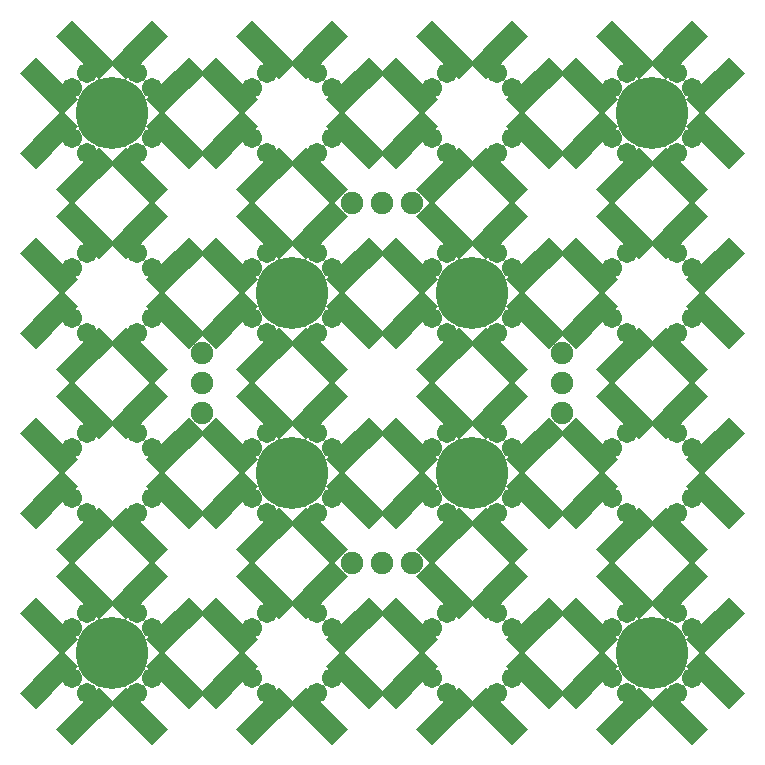
<source format=gts>
G04 #@! TF.FileFunction,Soldermask,Top*
%FSLAX46Y46*%
G04 Gerber Fmt 4.6, Leading zero omitted, Abs format (unit mm)*
G04 Created by KiCad (PCBNEW 4.0.2-4+6225~38~ubuntu15.10.1-stable) date Tue Mar 22 22:05:39 2016*
%MOMM*%
G01*
G04 APERTURE LIST*
%ADD10C,0.254000*%
%ADD11C,1.708000*%
%ADD12C,6.108000*%
%ADD13C,1.905000*%
G04 APERTURE END LIST*
D10*
G36*
X53113834Y11854264D02*
X54462994Y13203424D01*
X55812154Y11854264D01*
X54462994Y10505104D01*
X53113834Y11854264D01*
X53113834Y11854264D01*
G37*
G36*
X56225104Y8742994D02*
X57574264Y10092154D01*
X58923424Y8742994D01*
X57574264Y7393834D01*
X56225104Y8742994D01*
X56225104Y8742994D01*
G37*
G36*
X57391831Y9909720D02*
X58670280Y11188169D01*
X60019439Y9839010D01*
X58740990Y8560561D01*
X57391831Y9909720D01*
X57391831Y9909720D01*
G37*
G36*
X54280561Y13020990D02*
X55559010Y14299439D01*
X56908169Y12950280D01*
X55629720Y11671831D01*
X54280561Y13020990D01*
X54280561Y13020990D01*
G37*
G36*
X55376576Y14117006D02*
X56725736Y15466166D01*
X58074896Y14117006D01*
X56725736Y12767846D01*
X55376576Y14117006D01*
X55376576Y14117006D01*
G37*
G36*
X58487846Y11005736D02*
X59837006Y12354896D01*
X61186166Y11005736D01*
X59837006Y9656576D01*
X58487846Y11005736D01*
X58487846Y11005736D01*
G37*
D11*
X55452944Y11005736D03*
X56725736Y9732944D03*
D10*
G36*
X37873834Y42334264D02*
X39222994Y43683424D01*
X40572154Y42334264D01*
X39222994Y40985104D01*
X37873834Y42334264D01*
X37873834Y42334264D01*
G37*
G36*
X40985104Y39222994D02*
X42334264Y40572154D01*
X43683424Y39222994D01*
X42334264Y37873834D01*
X40985104Y39222994D01*
X40985104Y39222994D01*
G37*
G36*
X42151831Y40389720D02*
X43430280Y41668169D01*
X44779439Y40319010D01*
X43500990Y39040561D01*
X42151831Y40389720D01*
X42151831Y40389720D01*
G37*
G36*
X39040561Y43500990D02*
X40319010Y44779439D01*
X41668169Y43430280D01*
X40389720Y42151831D01*
X39040561Y43500990D01*
X39040561Y43500990D01*
G37*
G36*
X40136576Y44597006D02*
X41485736Y45946166D01*
X42834896Y44597006D01*
X41485736Y43247846D01*
X40136576Y44597006D01*
X40136576Y44597006D01*
G37*
G36*
X43247846Y41485736D02*
X44597006Y42834896D01*
X45946166Y41485736D01*
X44597006Y40136576D01*
X43247846Y41485736D01*
X43247846Y41485736D01*
G37*
D11*
X40212944Y41485736D03*
X41485736Y40212944D03*
D10*
G36*
X57574264Y7846166D02*
X58923424Y6497006D01*
X57574264Y5147846D01*
X56225104Y6497006D01*
X57574264Y7846166D01*
X57574264Y7846166D01*
G37*
G36*
X54462994Y4734896D02*
X55812154Y3385736D01*
X54462994Y2036576D01*
X53113834Y3385736D01*
X54462994Y4734896D01*
X54462994Y4734896D01*
G37*
G36*
X55629720Y3568169D02*
X56908169Y2289720D01*
X55559010Y940561D01*
X54280561Y2219010D01*
X55629720Y3568169D01*
X55629720Y3568169D01*
G37*
G36*
X58740990Y6679439D02*
X60019439Y5400990D01*
X58670280Y4051831D01*
X57391831Y5330280D01*
X58740990Y6679439D01*
X58740990Y6679439D01*
G37*
G36*
X59837006Y5583424D02*
X61186166Y4234264D01*
X59837006Y2885104D01*
X58487846Y4234264D01*
X59837006Y5583424D01*
X59837006Y5583424D01*
G37*
G36*
X56725736Y2472154D02*
X58074896Y1122994D01*
X56725736Y-226166D01*
X55376576Y1122994D01*
X56725736Y2472154D01*
X56725736Y2472154D01*
G37*
D11*
X56725736Y5507056D03*
X55452944Y4234264D03*
D10*
G36*
X53566166Y3385736D02*
X52217006Y2036576D01*
X50867846Y3385736D01*
X52217006Y4734896D01*
X53566166Y3385736D01*
X53566166Y3385736D01*
G37*
G36*
X50454896Y6497006D02*
X49105736Y5147846D01*
X47756576Y6497006D01*
X49105736Y7846166D01*
X50454896Y6497006D01*
X50454896Y6497006D01*
G37*
G36*
X49288169Y5330280D02*
X48009720Y4051831D01*
X46660561Y5400990D01*
X47939010Y6679439D01*
X49288169Y5330280D01*
X49288169Y5330280D01*
G37*
G36*
X52399439Y2219010D02*
X51120990Y940561D01*
X49771831Y2289720D01*
X51050280Y3568169D01*
X52399439Y2219010D01*
X52399439Y2219010D01*
G37*
G36*
X51303424Y1122994D02*
X49954264Y-226166D01*
X48605104Y1122994D01*
X49954264Y2472154D01*
X51303424Y1122994D01*
X51303424Y1122994D01*
G37*
G36*
X48192154Y4234264D02*
X46842994Y2885104D01*
X45493834Y4234264D01*
X46842994Y5583424D01*
X48192154Y4234264D01*
X48192154Y4234264D01*
G37*
D11*
X51227056Y4234264D03*
X49954264Y5507056D03*
D10*
G36*
X42334264Y7846166D02*
X43683424Y6497006D01*
X42334264Y5147846D01*
X40985104Y6497006D01*
X42334264Y7846166D01*
X42334264Y7846166D01*
G37*
G36*
X39222994Y4734896D02*
X40572154Y3385736D01*
X39222994Y2036576D01*
X37873834Y3385736D01*
X39222994Y4734896D01*
X39222994Y4734896D01*
G37*
G36*
X40389720Y3568169D02*
X41668169Y2289720D01*
X40319010Y940561D01*
X39040561Y2219010D01*
X40389720Y3568169D01*
X40389720Y3568169D01*
G37*
G36*
X43500990Y6679439D02*
X44779439Y5400990D01*
X43430280Y4051831D01*
X42151831Y5330280D01*
X43500990Y6679439D01*
X43500990Y6679439D01*
G37*
G36*
X44597006Y5583424D02*
X45946166Y4234264D01*
X44597006Y2885104D01*
X43247846Y4234264D01*
X44597006Y5583424D01*
X44597006Y5583424D01*
G37*
G36*
X41485736Y2472154D02*
X42834896Y1122994D01*
X41485736Y-226166D01*
X40136576Y1122994D01*
X41485736Y2472154D01*
X41485736Y2472154D01*
G37*
D11*
X41485736Y5507056D03*
X40212944Y4234264D03*
D10*
G36*
X38326166Y3385736D02*
X36977006Y2036576D01*
X35627846Y3385736D01*
X36977006Y4734896D01*
X38326166Y3385736D01*
X38326166Y3385736D01*
G37*
G36*
X35214896Y6497006D02*
X33865736Y5147846D01*
X32516576Y6497006D01*
X33865736Y7846166D01*
X35214896Y6497006D01*
X35214896Y6497006D01*
G37*
G36*
X34048169Y5330280D02*
X32769720Y4051831D01*
X31420561Y5400990D01*
X32699010Y6679439D01*
X34048169Y5330280D01*
X34048169Y5330280D01*
G37*
G36*
X37159439Y2219010D02*
X35880990Y940561D01*
X34531831Y2289720D01*
X35810280Y3568169D01*
X37159439Y2219010D01*
X37159439Y2219010D01*
G37*
G36*
X36063424Y1122994D02*
X34714264Y-226166D01*
X33365104Y1122994D01*
X34714264Y2472154D01*
X36063424Y1122994D01*
X36063424Y1122994D01*
G37*
G36*
X32952154Y4234264D02*
X31602994Y2885104D01*
X30253834Y4234264D01*
X31602994Y5583424D01*
X32952154Y4234264D01*
X32952154Y4234264D01*
G37*
D11*
X35987056Y4234264D03*
X34714264Y5507056D03*
D10*
G36*
X27094264Y7846166D02*
X28443424Y6497006D01*
X27094264Y5147846D01*
X25745104Y6497006D01*
X27094264Y7846166D01*
X27094264Y7846166D01*
G37*
G36*
X23982994Y4734896D02*
X25332154Y3385736D01*
X23982994Y2036576D01*
X22633834Y3385736D01*
X23982994Y4734896D01*
X23982994Y4734896D01*
G37*
G36*
X25149720Y3568169D02*
X26428169Y2289720D01*
X25079010Y940561D01*
X23800561Y2219010D01*
X25149720Y3568169D01*
X25149720Y3568169D01*
G37*
G36*
X28260990Y6679439D02*
X29539439Y5400990D01*
X28190280Y4051831D01*
X26911831Y5330280D01*
X28260990Y6679439D01*
X28260990Y6679439D01*
G37*
G36*
X29357006Y5583424D02*
X30706166Y4234264D01*
X29357006Y2885104D01*
X28007846Y4234264D01*
X29357006Y5583424D01*
X29357006Y5583424D01*
G37*
G36*
X26245736Y2472154D02*
X27594896Y1122994D01*
X26245736Y-226166D01*
X24896576Y1122994D01*
X26245736Y2472154D01*
X26245736Y2472154D01*
G37*
D11*
X26245736Y5507056D03*
X24972944Y4234264D03*
D10*
G36*
X23086166Y3385736D02*
X21737006Y2036576D01*
X20387846Y3385736D01*
X21737006Y4734896D01*
X23086166Y3385736D01*
X23086166Y3385736D01*
G37*
G36*
X19974896Y6497006D02*
X18625736Y5147846D01*
X17276576Y6497006D01*
X18625736Y7846166D01*
X19974896Y6497006D01*
X19974896Y6497006D01*
G37*
G36*
X18808169Y5330280D02*
X17529720Y4051831D01*
X16180561Y5400990D01*
X17459010Y6679439D01*
X18808169Y5330280D01*
X18808169Y5330280D01*
G37*
G36*
X21919439Y2219010D02*
X20640990Y940561D01*
X19291831Y2289720D01*
X20570280Y3568169D01*
X21919439Y2219010D01*
X21919439Y2219010D01*
G37*
G36*
X20823424Y1122994D02*
X19474264Y-226166D01*
X18125104Y1122994D01*
X19474264Y2472154D01*
X20823424Y1122994D01*
X20823424Y1122994D01*
G37*
G36*
X17712154Y4234264D02*
X16362994Y2885104D01*
X15013834Y4234264D01*
X16362994Y5583424D01*
X17712154Y4234264D01*
X17712154Y4234264D01*
G37*
D11*
X20747056Y4234264D03*
X19474264Y5507056D03*
D10*
G36*
X11854264Y7846166D02*
X13203424Y6497006D01*
X11854264Y5147846D01*
X10505104Y6497006D01*
X11854264Y7846166D01*
X11854264Y7846166D01*
G37*
G36*
X8742994Y4734896D02*
X10092154Y3385736D01*
X8742994Y2036576D01*
X7393834Y3385736D01*
X8742994Y4734896D01*
X8742994Y4734896D01*
G37*
G36*
X9909720Y3568169D02*
X11188169Y2289720D01*
X9839010Y940561D01*
X8560561Y2219010D01*
X9909720Y3568169D01*
X9909720Y3568169D01*
G37*
G36*
X13020990Y6679439D02*
X14299439Y5400990D01*
X12950280Y4051831D01*
X11671831Y5330280D01*
X13020990Y6679439D01*
X13020990Y6679439D01*
G37*
G36*
X14117006Y5583424D02*
X15466166Y4234264D01*
X14117006Y2885104D01*
X12767846Y4234264D01*
X14117006Y5583424D01*
X14117006Y5583424D01*
G37*
G36*
X11005736Y2472154D02*
X12354896Y1122994D01*
X11005736Y-226166D01*
X9656576Y1122994D01*
X11005736Y2472154D01*
X11005736Y2472154D01*
G37*
D11*
X11005736Y5507056D03*
X9732944Y4234264D03*
D10*
G36*
X7846166Y3385736D02*
X6497006Y2036576D01*
X5147846Y3385736D01*
X6497006Y4734896D01*
X7846166Y3385736D01*
X7846166Y3385736D01*
G37*
G36*
X4734896Y6497006D02*
X3385736Y5147846D01*
X2036576Y6497006D01*
X3385736Y7846166D01*
X4734896Y6497006D01*
X4734896Y6497006D01*
G37*
G36*
X3568169Y5330280D02*
X2289720Y4051831D01*
X940561Y5400990D01*
X2219010Y6679439D01*
X3568169Y5330280D01*
X3568169Y5330280D01*
G37*
G36*
X6679439Y2219010D02*
X5400990Y940561D01*
X4051831Y2289720D01*
X5330280Y3568169D01*
X6679439Y2219010D01*
X6679439Y2219010D01*
G37*
G36*
X5583424Y1122994D02*
X4234264Y-226166D01*
X2885104Y1122994D01*
X4234264Y2472154D01*
X5583424Y1122994D01*
X5583424Y1122994D01*
G37*
G36*
X2472154Y4234264D02*
X1122994Y2885104D01*
X-226166Y4234264D01*
X1122994Y5583424D01*
X2472154Y4234264D01*
X2472154Y4234264D01*
G37*
D11*
X5507056Y4234264D03*
X4234264Y5507056D03*
D10*
G36*
X3385736Y22633834D02*
X2036576Y23982994D01*
X3385736Y25332154D01*
X4734896Y23982994D01*
X3385736Y22633834D01*
X3385736Y22633834D01*
G37*
G36*
X6497006Y25745104D02*
X5147846Y27094264D01*
X6497006Y28443424D01*
X7846166Y27094264D01*
X6497006Y25745104D01*
X6497006Y25745104D01*
G37*
G36*
X5330280Y26911831D02*
X4051831Y28190280D01*
X5400990Y29539439D01*
X6679439Y28260990D01*
X5330280Y26911831D01*
X5330280Y26911831D01*
G37*
G36*
X2219010Y23800561D02*
X940561Y25079010D01*
X2289720Y26428169D01*
X3568169Y25149720D01*
X2219010Y23800561D01*
X2219010Y23800561D01*
G37*
G36*
X1122994Y24896576D02*
X-226166Y26245736D01*
X1122994Y27594896D01*
X2472154Y26245736D01*
X1122994Y24896576D01*
X1122994Y24896576D01*
G37*
G36*
X4234264Y28007846D02*
X2885104Y29357006D01*
X4234264Y30706166D01*
X5583424Y29357006D01*
X4234264Y28007846D01*
X4234264Y28007846D01*
G37*
D11*
X4234264Y24972944D03*
X5507056Y26245736D03*
D10*
G36*
X3385736Y7393834D02*
X2036576Y8742994D01*
X3385736Y10092154D01*
X4734896Y8742994D01*
X3385736Y7393834D01*
X3385736Y7393834D01*
G37*
G36*
X6497006Y10505104D02*
X5147846Y11854264D01*
X6497006Y13203424D01*
X7846166Y11854264D01*
X6497006Y10505104D01*
X6497006Y10505104D01*
G37*
G36*
X5330280Y11671831D02*
X4051831Y12950280D01*
X5400990Y14299439D01*
X6679439Y13020990D01*
X5330280Y11671831D01*
X5330280Y11671831D01*
G37*
G36*
X2219010Y8560561D02*
X940561Y9839010D01*
X2289720Y11188169D01*
X3568169Y9909720D01*
X2219010Y8560561D01*
X2219010Y8560561D01*
G37*
G36*
X1122994Y9656576D02*
X-226166Y11005736D01*
X1122994Y12354896D01*
X2472154Y11005736D01*
X1122994Y9656576D01*
X1122994Y9656576D01*
G37*
G36*
X4234264Y12767846D02*
X2885104Y14117006D01*
X4234264Y15466166D01*
X5583424Y14117006D01*
X4234264Y12767846D01*
X4234264Y12767846D01*
G37*
D11*
X4234264Y9732944D03*
X5507056Y11005736D03*
D10*
G36*
X7846166Y18625736D02*
X6497006Y17276576D01*
X5147846Y18625736D01*
X6497006Y19974896D01*
X7846166Y18625736D01*
X7846166Y18625736D01*
G37*
G36*
X4734896Y21737006D02*
X3385736Y20387846D01*
X2036576Y21737006D01*
X3385736Y23086166D01*
X4734896Y21737006D01*
X4734896Y21737006D01*
G37*
G36*
X3568169Y20570280D02*
X2289720Y19291831D01*
X940561Y20640990D01*
X2219010Y21919439D01*
X3568169Y20570280D01*
X3568169Y20570280D01*
G37*
G36*
X6679439Y17459010D02*
X5400990Y16180561D01*
X4051831Y17529720D01*
X5330280Y18808169D01*
X6679439Y17459010D01*
X6679439Y17459010D01*
G37*
G36*
X5583424Y16362994D02*
X4234264Y15013834D01*
X2885104Y16362994D01*
X4234264Y17712154D01*
X5583424Y16362994D01*
X5583424Y16362994D01*
G37*
G36*
X2472154Y19474264D02*
X1122994Y18125104D01*
X-226166Y19474264D01*
X1122994Y20823424D01*
X2472154Y19474264D01*
X2472154Y19474264D01*
G37*
D11*
X5507056Y19474264D03*
X4234264Y20747056D03*
D10*
G36*
X7846166Y49105736D02*
X6497006Y47756576D01*
X5147846Y49105736D01*
X6497006Y50454896D01*
X7846166Y49105736D01*
X7846166Y49105736D01*
G37*
G36*
X4734896Y52217006D02*
X3385736Y50867846D01*
X2036576Y52217006D01*
X3385736Y53566166D01*
X4734896Y52217006D01*
X4734896Y52217006D01*
G37*
G36*
X3568169Y51050280D02*
X2289720Y49771831D01*
X940561Y51120990D01*
X2219010Y52399439D01*
X3568169Y51050280D01*
X3568169Y51050280D01*
G37*
G36*
X6679439Y47939010D02*
X5400990Y46660561D01*
X4051831Y48009720D01*
X5330280Y49288169D01*
X6679439Y47939010D01*
X6679439Y47939010D01*
G37*
G36*
X5583424Y46842994D02*
X4234264Y45493834D01*
X2885104Y46842994D01*
X4234264Y48192154D01*
X5583424Y46842994D01*
X5583424Y46842994D01*
G37*
G36*
X2472154Y49954264D02*
X1122994Y48605104D01*
X-226166Y49954264D01*
X1122994Y51303424D01*
X2472154Y49954264D01*
X2472154Y49954264D01*
G37*
D11*
X5507056Y49954264D03*
X4234264Y51227056D03*
D10*
G36*
X3385736Y53113834D02*
X2036576Y54462994D01*
X3385736Y55812154D01*
X4734896Y54462994D01*
X3385736Y53113834D01*
X3385736Y53113834D01*
G37*
G36*
X6497006Y56225104D02*
X5147846Y57574264D01*
X6497006Y58923424D01*
X7846166Y57574264D01*
X6497006Y56225104D01*
X6497006Y56225104D01*
G37*
G36*
X5330280Y57391831D02*
X4051831Y58670280D01*
X5400990Y60019439D01*
X6679439Y58740990D01*
X5330280Y57391831D01*
X5330280Y57391831D01*
G37*
G36*
X2219010Y54280561D02*
X940561Y55559010D01*
X2289720Y56908169D01*
X3568169Y55629720D01*
X2219010Y54280561D01*
X2219010Y54280561D01*
G37*
G36*
X1122994Y55376576D02*
X-226166Y56725736D01*
X1122994Y58074896D01*
X2472154Y56725736D01*
X1122994Y55376576D01*
X1122994Y55376576D01*
G37*
G36*
X4234264Y58487846D02*
X2885104Y59837006D01*
X4234264Y61186166D01*
X5583424Y59837006D01*
X4234264Y58487846D01*
X4234264Y58487846D01*
G37*
D11*
X4234264Y55452944D03*
X5507056Y56725736D03*
D10*
G36*
X7393834Y57574264D02*
X8742994Y58923424D01*
X10092154Y57574264D01*
X8742994Y56225104D01*
X7393834Y57574264D01*
X7393834Y57574264D01*
G37*
G36*
X10505104Y54462994D02*
X11854264Y55812154D01*
X13203424Y54462994D01*
X11854264Y53113834D01*
X10505104Y54462994D01*
X10505104Y54462994D01*
G37*
G36*
X11671831Y55629720D02*
X12950280Y56908169D01*
X14299439Y55559010D01*
X13020990Y54280561D01*
X11671831Y55629720D01*
X11671831Y55629720D01*
G37*
G36*
X8560561Y58740990D02*
X9839010Y60019439D01*
X11188169Y58670280D01*
X9909720Y57391831D01*
X8560561Y58740990D01*
X8560561Y58740990D01*
G37*
G36*
X9656576Y59837006D02*
X11005736Y61186166D01*
X12354896Y59837006D01*
X11005736Y58487846D01*
X9656576Y59837006D01*
X9656576Y59837006D01*
G37*
G36*
X12767846Y56725736D02*
X14117006Y58074896D01*
X15466166Y56725736D01*
X14117006Y55376576D01*
X12767846Y56725736D01*
X12767846Y56725736D01*
G37*
D11*
X9732944Y56725736D03*
X11005736Y55452944D03*
D10*
G36*
X11854264Y53566166D02*
X13203424Y52217006D01*
X11854264Y50867846D01*
X10505104Y52217006D01*
X11854264Y53566166D01*
X11854264Y53566166D01*
G37*
G36*
X8742994Y50454896D02*
X10092154Y49105736D01*
X8742994Y47756576D01*
X7393834Y49105736D01*
X8742994Y50454896D01*
X8742994Y50454896D01*
G37*
G36*
X9909720Y49288169D02*
X11188169Y48009720D01*
X9839010Y46660561D01*
X8560561Y47939010D01*
X9909720Y49288169D01*
X9909720Y49288169D01*
G37*
G36*
X13020990Y52399439D02*
X14299439Y51120990D01*
X12950280Y49771831D01*
X11671831Y51050280D01*
X13020990Y52399439D01*
X13020990Y52399439D01*
G37*
G36*
X14117006Y51303424D02*
X15466166Y49954264D01*
X14117006Y48605104D01*
X12767846Y49954264D01*
X14117006Y51303424D01*
X14117006Y51303424D01*
G37*
G36*
X11005736Y48192154D02*
X12354896Y46842994D01*
X11005736Y45493834D01*
X9656576Y46842994D01*
X11005736Y48192154D01*
X11005736Y48192154D01*
G37*
D11*
X11005736Y51227056D03*
X9732944Y49954264D03*
D10*
G36*
X7393834Y27094264D02*
X8742994Y28443424D01*
X10092154Y27094264D01*
X8742994Y25745104D01*
X7393834Y27094264D01*
X7393834Y27094264D01*
G37*
G36*
X10505104Y23982994D02*
X11854264Y25332154D01*
X13203424Y23982994D01*
X11854264Y22633834D01*
X10505104Y23982994D01*
X10505104Y23982994D01*
G37*
G36*
X11671831Y25149720D02*
X12950280Y26428169D01*
X14299439Y25079010D01*
X13020990Y23800561D01*
X11671831Y25149720D01*
X11671831Y25149720D01*
G37*
G36*
X8560561Y28260990D02*
X9839010Y29539439D01*
X11188169Y28190280D01*
X9909720Y26911831D01*
X8560561Y28260990D01*
X8560561Y28260990D01*
G37*
G36*
X9656576Y29357006D02*
X11005736Y30706166D01*
X12354896Y29357006D01*
X11005736Y28007846D01*
X9656576Y29357006D01*
X9656576Y29357006D01*
G37*
G36*
X12767846Y26245736D02*
X14117006Y27594896D01*
X15466166Y26245736D01*
X14117006Y24896576D01*
X12767846Y26245736D01*
X12767846Y26245736D01*
G37*
D11*
X9732944Y26245736D03*
X11005736Y24972944D03*
D10*
G36*
X11854264Y23086166D02*
X13203424Y21737006D01*
X11854264Y20387846D01*
X10505104Y21737006D01*
X11854264Y23086166D01*
X11854264Y23086166D01*
G37*
G36*
X8742994Y19974896D02*
X10092154Y18625736D01*
X8742994Y17276576D01*
X7393834Y18625736D01*
X8742994Y19974896D01*
X8742994Y19974896D01*
G37*
G36*
X9909720Y18808169D02*
X11188169Y17529720D01*
X9839010Y16180561D01*
X8560561Y17459010D01*
X9909720Y18808169D01*
X9909720Y18808169D01*
G37*
G36*
X13020990Y21919439D02*
X14299439Y20640990D01*
X12950280Y19291831D01*
X11671831Y20570280D01*
X13020990Y21919439D01*
X13020990Y21919439D01*
G37*
G36*
X14117006Y20823424D02*
X15466166Y19474264D01*
X14117006Y18125104D01*
X12767846Y19474264D01*
X14117006Y20823424D01*
X14117006Y20823424D01*
G37*
G36*
X11005736Y17712154D02*
X12354896Y16362994D01*
X11005736Y15013834D01*
X9656576Y16362994D01*
X11005736Y17712154D01*
X11005736Y17712154D01*
G37*
D11*
X11005736Y20747056D03*
X9732944Y19474264D03*
D10*
G36*
X7393834Y11854264D02*
X8742994Y13203424D01*
X10092154Y11854264D01*
X8742994Y10505104D01*
X7393834Y11854264D01*
X7393834Y11854264D01*
G37*
G36*
X10505104Y8742994D02*
X11854264Y10092154D01*
X13203424Y8742994D01*
X11854264Y7393834D01*
X10505104Y8742994D01*
X10505104Y8742994D01*
G37*
G36*
X11671831Y9909720D02*
X12950280Y11188169D01*
X14299439Y9839010D01*
X13020990Y8560561D01*
X11671831Y9909720D01*
X11671831Y9909720D01*
G37*
G36*
X8560561Y13020990D02*
X9839010Y14299439D01*
X11188169Y12950280D01*
X9909720Y11671831D01*
X8560561Y13020990D01*
X8560561Y13020990D01*
G37*
G36*
X9656576Y14117006D02*
X11005736Y15466166D01*
X12354896Y14117006D01*
X11005736Y12767846D01*
X9656576Y14117006D01*
X9656576Y14117006D01*
G37*
G36*
X12767846Y11005736D02*
X14117006Y12354896D01*
X15466166Y11005736D01*
X14117006Y9656576D01*
X12767846Y11005736D01*
X12767846Y11005736D01*
G37*
D11*
X9732944Y11005736D03*
X11005736Y9732944D03*
D10*
G36*
X18625736Y7393834D02*
X17276576Y8742994D01*
X18625736Y10092154D01*
X19974896Y8742994D01*
X18625736Y7393834D01*
X18625736Y7393834D01*
G37*
G36*
X21737006Y10505104D02*
X20387846Y11854264D01*
X21737006Y13203424D01*
X23086166Y11854264D01*
X21737006Y10505104D01*
X21737006Y10505104D01*
G37*
G36*
X20570280Y11671831D02*
X19291831Y12950280D01*
X20640990Y14299439D01*
X21919439Y13020990D01*
X20570280Y11671831D01*
X20570280Y11671831D01*
G37*
G36*
X17459010Y8560561D02*
X16180561Y9839010D01*
X17529720Y11188169D01*
X18808169Y9909720D01*
X17459010Y8560561D01*
X17459010Y8560561D01*
G37*
G36*
X16362994Y9656576D02*
X15013834Y11005736D01*
X16362994Y12354896D01*
X17712154Y11005736D01*
X16362994Y9656576D01*
X16362994Y9656576D01*
G37*
G36*
X19474264Y12767846D02*
X18125104Y14117006D01*
X19474264Y15466166D01*
X20823424Y14117006D01*
X19474264Y12767846D01*
X19474264Y12767846D01*
G37*
D11*
X19474264Y9732944D03*
X20747056Y11005736D03*
D10*
G36*
X18625736Y22633834D02*
X17276576Y23982994D01*
X18625736Y25332154D01*
X19974896Y23982994D01*
X18625736Y22633834D01*
X18625736Y22633834D01*
G37*
G36*
X21737006Y25745104D02*
X20387846Y27094264D01*
X21737006Y28443424D01*
X23086166Y27094264D01*
X21737006Y25745104D01*
X21737006Y25745104D01*
G37*
G36*
X20570280Y26911831D02*
X19291831Y28190280D01*
X20640990Y29539439D01*
X21919439Y28260990D01*
X20570280Y26911831D01*
X20570280Y26911831D01*
G37*
G36*
X17459010Y23800561D02*
X16180561Y25079010D01*
X17529720Y26428169D01*
X18808169Y25149720D01*
X17459010Y23800561D01*
X17459010Y23800561D01*
G37*
G36*
X16362994Y24896576D02*
X15013834Y26245736D01*
X16362994Y27594896D01*
X17712154Y26245736D01*
X16362994Y24896576D01*
X16362994Y24896576D01*
G37*
G36*
X19474264Y28007846D02*
X18125104Y29357006D01*
X19474264Y30706166D01*
X20823424Y29357006D01*
X19474264Y28007846D01*
X19474264Y28007846D01*
G37*
D11*
X19474264Y24972944D03*
X20747056Y26245736D03*
D10*
G36*
X23086166Y33865736D02*
X21737006Y32516576D01*
X20387846Y33865736D01*
X21737006Y35214896D01*
X23086166Y33865736D01*
X23086166Y33865736D01*
G37*
G36*
X19974896Y36977006D02*
X18625736Y35627846D01*
X17276576Y36977006D01*
X18625736Y38326166D01*
X19974896Y36977006D01*
X19974896Y36977006D01*
G37*
G36*
X18808169Y35810280D02*
X17529720Y34531831D01*
X16180561Y35880990D01*
X17459010Y37159439D01*
X18808169Y35810280D01*
X18808169Y35810280D01*
G37*
G36*
X21919439Y32699010D02*
X20640990Y31420561D01*
X19291831Y32769720D01*
X20570280Y34048169D01*
X21919439Y32699010D01*
X21919439Y32699010D01*
G37*
G36*
X20823424Y31602994D02*
X19474264Y30253834D01*
X18125104Y31602994D01*
X19474264Y32952154D01*
X20823424Y31602994D01*
X20823424Y31602994D01*
G37*
G36*
X17712154Y34714264D02*
X16362994Y33365104D01*
X15013834Y34714264D01*
X16362994Y36063424D01*
X17712154Y34714264D01*
X17712154Y34714264D01*
G37*
D11*
X20747056Y34714264D03*
X19474264Y35987056D03*
D10*
G36*
X18625736Y37873834D02*
X17276576Y39222994D01*
X18625736Y40572154D01*
X19974896Y39222994D01*
X18625736Y37873834D01*
X18625736Y37873834D01*
G37*
G36*
X21737006Y40985104D02*
X20387846Y42334264D01*
X21737006Y43683424D01*
X23086166Y42334264D01*
X21737006Y40985104D01*
X21737006Y40985104D01*
G37*
G36*
X20570280Y42151831D02*
X19291831Y43430280D01*
X20640990Y44779439D01*
X21919439Y43500990D01*
X20570280Y42151831D01*
X20570280Y42151831D01*
G37*
G36*
X17459010Y39040561D02*
X16180561Y40319010D01*
X17529720Y41668169D01*
X18808169Y40389720D01*
X17459010Y39040561D01*
X17459010Y39040561D01*
G37*
G36*
X16362994Y40136576D02*
X15013834Y41485736D01*
X16362994Y42834896D01*
X17712154Y41485736D01*
X16362994Y40136576D01*
X16362994Y40136576D01*
G37*
G36*
X19474264Y43247846D02*
X18125104Y44597006D01*
X19474264Y45946166D01*
X20823424Y44597006D01*
X19474264Y43247846D01*
X19474264Y43247846D01*
G37*
D11*
X19474264Y40212944D03*
X20747056Y41485736D03*
D10*
G36*
X18625736Y53113834D02*
X17276576Y54462994D01*
X18625736Y55812154D01*
X19974896Y54462994D01*
X18625736Y53113834D01*
X18625736Y53113834D01*
G37*
G36*
X21737006Y56225104D02*
X20387846Y57574264D01*
X21737006Y58923424D01*
X23086166Y57574264D01*
X21737006Y56225104D01*
X21737006Y56225104D01*
G37*
G36*
X20570280Y57391831D02*
X19291831Y58670280D01*
X20640990Y60019439D01*
X21919439Y58740990D01*
X20570280Y57391831D01*
X20570280Y57391831D01*
G37*
G36*
X17459010Y54280561D02*
X16180561Y55559010D01*
X17529720Y56908169D01*
X18808169Y55629720D01*
X17459010Y54280561D01*
X17459010Y54280561D01*
G37*
G36*
X16362994Y55376576D02*
X15013834Y56725736D01*
X16362994Y58074896D01*
X17712154Y56725736D01*
X16362994Y55376576D01*
X16362994Y55376576D01*
G37*
G36*
X19474264Y58487846D02*
X18125104Y59837006D01*
X19474264Y61186166D01*
X20823424Y59837006D01*
X19474264Y58487846D01*
X19474264Y58487846D01*
G37*
D11*
X19474264Y55452944D03*
X20747056Y56725736D03*
D10*
G36*
X22633834Y57574264D02*
X23982994Y58923424D01*
X25332154Y57574264D01*
X23982994Y56225104D01*
X22633834Y57574264D01*
X22633834Y57574264D01*
G37*
G36*
X25745104Y54462994D02*
X27094264Y55812154D01*
X28443424Y54462994D01*
X27094264Y53113834D01*
X25745104Y54462994D01*
X25745104Y54462994D01*
G37*
G36*
X26911831Y55629720D02*
X28190280Y56908169D01*
X29539439Y55559010D01*
X28260990Y54280561D01*
X26911831Y55629720D01*
X26911831Y55629720D01*
G37*
G36*
X23800561Y58740990D02*
X25079010Y60019439D01*
X26428169Y58670280D01*
X25149720Y57391831D01*
X23800561Y58740990D01*
X23800561Y58740990D01*
G37*
G36*
X24896576Y59837006D02*
X26245736Y61186166D01*
X27594896Y59837006D01*
X26245736Y58487846D01*
X24896576Y59837006D01*
X24896576Y59837006D01*
G37*
G36*
X28007846Y56725736D02*
X29357006Y58074896D01*
X30706166Y56725736D01*
X29357006Y55376576D01*
X28007846Y56725736D01*
X28007846Y56725736D01*
G37*
D11*
X24972944Y56725736D03*
X26245736Y55452944D03*
D10*
G36*
X27094264Y53566166D02*
X28443424Y52217006D01*
X27094264Y50867846D01*
X25745104Y52217006D01*
X27094264Y53566166D01*
X27094264Y53566166D01*
G37*
G36*
X23982994Y50454896D02*
X25332154Y49105736D01*
X23982994Y47756576D01*
X22633834Y49105736D01*
X23982994Y50454896D01*
X23982994Y50454896D01*
G37*
G36*
X25149720Y49288169D02*
X26428169Y48009720D01*
X25079010Y46660561D01*
X23800561Y47939010D01*
X25149720Y49288169D01*
X25149720Y49288169D01*
G37*
G36*
X28260990Y52399439D02*
X29539439Y51120990D01*
X28190280Y49771831D01*
X26911831Y51050280D01*
X28260990Y52399439D01*
X28260990Y52399439D01*
G37*
G36*
X29357006Y51303424D02*
X30706166Y49954264D01*
X29357006Y48605104D01*
X28007846Y49954264D01*
X29357006Y51303424D01*
X29357006Y51303424D01*
G37*
G36*
X26245736Y48192154D02*
X27594896Y46842994D01*
X26245736Y45493834D01*
X24896576Y46842994D01*
X26245736Y48192154D01*
X26245736Y48192154D01*
G37*
D11*
X26245736Y51227056D03*
X24972944Y49954264D03*
D10*
G36*
X22633834Y42334264D02*
X23982994Y43683424D01*
X25332154Y42334264D01*
X23982994Y40985104D01*
X22633834Y42334264D01*
X22633834Y42334264D01*
G37*
G36*
X25745104Y39222994D02*
X27094264Y40572154D01*
X28443424Y39222994D01*
X27094264Y37873834D01*
X25745104Y39222994D01*
X25745104Y39222994D01*
G37*
G36*
X26911831Y40389720D02*
X28190280Y41668169D01*
X29539439Y40319010D01*
X28260990Y39040561D01*
X26911831Y40389720D01*
X26911831Y40389720D01*
G37*
G36*
X23800561Y43500990D02*
X25079010Y44779439D01*
X26428169Y43430280D01*
X25149720Y42151831D01*
X23800561Y43500990D01*
X23800561Y43500990D01*
G37*
G36*
X24896576Y44597006D02*
X26245736Y45946166D01*
X27594896Y44597006D01*
X26245736Y43247846D01*
X24896576Y44597006D01*
X24896576Y44597006D01*
G37*
G36*
X28007846Y41485736D02*
X29357006Y42834896D01*
X30706166Y41485736D01*
X29357006Y40136576D01*
X28007846Y41485736D01*
X28007846Y41485736D01*
G37*
D11*
X24972944Y41485736D03*
X26245736Y40212944D03*
D10*
G36*
X27094264Y38326166D02*
X28443424Y36977006D01*
X27094264Y35627846D01*
X25745104Y36977006D01*
X27094264Y38326166D01*
X27094264Y38326166D01*
G37*
G36*
X23982994Y35214896D02*
X25332154Y33865736D01*
X23982994Y32516576D01*
X22633834Y33865736D01*
X23982994Y35214896D01*
X23982994Y35214896D01*
G37*
G36*
X25149720Y34048169D02*
X26428169Y32769720D01*
X25079010Y31420561D01*
X23800561Y32699010D01*
X25149720Y34048169D01*
X25149720Y34048169D01*
G37*
G36*
X28260990Y37159439D02*
X29539439Y35880990D01*
X28190280Y34531831D01*
X26911831Y35810280D01*
X28260990Y37159439D01*
X28260990Y37159439D01*
G37*
G36*
X29357006Y36063424D02*
X30706166Y34714264D01*
X29357006Y33365104D01*
X28007846Y34714264D01*
X29357006Y36063424D01*
X29357006Y36063424D01*
G37*
G36*
X26245736Y32952154D02*
X27594896Y31602994D01*
X26245736Y30253834D01*
X24896576Y31602994D01*
X26245736Y32952154D01*
X26245736Y32952154D01*
G37*
D11*
X26245736Y35987056D03*
X24972944Y34714264D03*
D10*
G36*
X22633834Y27094264D02*
X23982994Y28443424D01*
X25332154Y27094264D01*
X23982994Y25745104D01*
X22633834Y27094264D01*
X22633834Y27094264D01*
G37*
G36*
X25745104Y23982994D02*
X27094264Y25332154D01*
X28443424Y23982994D01*
X27094264Y22633834D01*
X25745104Y23982994D01*
X25745104Y23982994D01*
G37*
G36*
X26911831Y25149720D02*
X28190280Y26428169D01*
X29539439Y25079010D01*
X28260990Y23800561D01*
X26911831Y25149720D01*
X26911831Y25149720D01*
G37*
G36*
X23800561Y28260990D02*
X25079010Y29539439D01*
X26428169Y28190280D01*
X25149720Y26911831D01*
X23800561Y28260990D01*
X23800561Y28260990D01*
G37*
G36*
X24896576Y29357006D02*
X26245736Y30706166D01*
X27594896Y29357006D01*
X26245736Y28007846D01*
X24896576Y29357006D01*
X24896576Y29357006D01*
G37*
G36*
X28007846Y26245736D02*
X29357006Y27594896D01*
X30706166Y26245736D01*
X29357006Y24896576D01*
X28007846Y26245736D01*
X28007846Y26245736D01*
G37*
D11*
X24972944Y26245736D03*
X26245736Y24972944D03*
D10*
G36*
X27094264Y23086166D02*
X28443424Y21737006D01*
X27094264Y20387846D01*
X25745104Y21737006D01*
X27094264Y23086166D01*
X27094264Y23086166D01*
G37*
G36*
X23982994Y19974896D02*
X25332154Y18625736D01*
X23982994Y17276576D01*
X22633834Y18625736D01*
X23982994Y19974896D01*
X23982994Y19974896D01*
G37*
G36*
X25149720Y18808169D02*
X26428169Y17529720D01*
X25079010Y16180561D01*
X23800561Y17459010D01*
X25149720Y18808169D01*
X25149720Y18808169D01*
G37*
G36*
X28260990Y21919439D02*
X29539439Y20640990D01*
X28190280Y19291831D01*
X26911831Y20570280D01*
X28260990Y21919439D01*
X28260990Y21919439D01*
G37*
G36*
X29357006Y20823424D02*
X30706166Y19474264D01*
X29357006Y18125104D01*
X28007846Y19474264D01*
X29357006Y20823424D01*
X29357006Y20823424D01*
G37*
G36*
X26245736Y17712154D02*
X27594896Y16362994D01*
X26245736Y15013834D01*
X24896576Y16362994D01*
X26245736Y17712154D01*
X26245736Y17712154D01*
G37*
D11*
X26245736Y20747056D03*
X24972944Y19474264D03*
D10*
G36*
X22633834Y11854264D02*
X23982994Y13203424D01*
X25332154Y11854264D01*
X23982994Y10505104D01*
X22633834Y11854264D01*
X22633834Y11854264D01*
G37*
G36*
X25745104Y8742994D02*
X27094264Y10092154D01*
X28443424Y8742994D01*
X27094264Y7393834D01*
X25745104Y8742994D01*
X25745104Y8742994D01*
G37*
G36*
X26911831Y9909720D02*
X28190280Y11188169D01*
X29539439Y9839010D01*
X28260990Y8560561D01*
X26911831Y9909720D01*
X26911831Y9909720D01*
G37*
G36*
X23800561Y13020990D02*
X25079010Y14299439D01*
X26428169Y12950280D01*
X25149720Y11671831D01*
X23800561Y13020990D01*
X23800561Y13020990D01*
G37*
G36*
X24896576Y14117006D02*
X26245736Y15466166D01*
X27594896Y14117006D01*
X26245736Y12767846D01*
X24896576Y14117006D01*
X24896576Y14117006D01*
G37*
G36*
X28007846Y11005736D02*
X29357006Y12354896D01*
X30706166Y11005736D01*
X29357006Y9656576D01*
X28007846Y11005736D01*
X28007846Y11005736D01*
G37*
D11*
X24972944Y11005736D03*
X26245736Y9732944D03*
D10*
G36*
X33865736Y7393834D02*
X32516576Y8742994D01*
X33865736Y10092154D01*
X35214896Y8742994D01*
X33865736Y7393834D01*
X33865736Y7393834D01*
G37*
G36*
X36977006Y10505104D02*
X35627846Y11854264D01*
X36977006Y13203424D01*
X38326166Y11854264D01*
X36977006Y10505104D01*
X36977006Y10505104D01*
G37*
G36*
X35810280Y11671831D02*
X34531831Y12950280D01*
X35880990Y14299439D01*
X37159439Y13020990D01*
X35810280Y11671831D01*
X35810280Y11671831D01*
G37*
G36*
X32699010Y8560561D02*
X31420561Y9839010D01*
X32769720Y11188169D01*
X34048169Y9909720D01*
X32699010Y8560561D01*
X32699010Y8560561D01*
G37*
G36*
X31602994Y9656576D02*
X30253834Y11005736D01*
X31602994Y12354896D01*
X32952154Y11005736D01*
X31602994Y9656576D01*
X31602994Y9656576D01*
G37*
G36*
X34714264Y12767846D02*
X33365104Y14117006D01*
X34714264Y15466166D01*
X36063424Y14117006D01*
X34714264Y12767846D01*
X34714264Y12767846D01*
G37*
D11*
X34714264Y9732944D03*
X35987056Y11005736D03*
D10*
G36*
X38326166Y18625736D02*
X36977006Y17276576D01*
X35627846Y18625736D01*
X36977006Y19974896D01*
X38326166Y18625736D01*
X38326166Y18625736D01*
G37*
G36*
X35214896Y21737006D02*
X33865736Y20387846D01*
X32516576Y21737006D01*
X33865736Y23086166D01*
X35214896Y21737006D01*
X35214896Y21737006D01*
G37*
G36*
X34048169Y20570280D02*
X32769720Y19291831D01*
X31420561Y20640990D01*
X32699010Y21919439D01*
X34048169Y20570280D01*
X34048169Y20570280D01*
G37*
G36*
X37159439Y17459010D02*
X35880990Y16180561D01*
X34531831Y17529720D01*
X35810280Y18808169D01*
X37159439Y17459010D01*
X37159439Y17459010D01*
G37*
G36*
X36063424Y16362994D02*
X34714264Y15013834D01*
X33365104Y16362994D01*
X34714264Y17712154D01*
X36063424Y16362994D01*
X36063424Y16362994D01*
G37*
G36*
X32952154Y19474264D02*
X31602994Y18125104D01*
X30253834Y19474264D01*
X31602994Y20823424D01*
X32952154Y19474264D01*
X32952154Y19474264D01*
G37*
D11*
X35987056Y19474264D03*
X34714264Y20747056D03*
D10*
G36*
X33865736Y22633834D02*
X32516576Y23982994D01*
X33865736Y25332154D01*
X35214896Y23982994D01*
X33865736Y22633834D01*
X33865736Y22633834D01*
G37*
G36*
X36977006Y25745104D02*
X35627846Y27094264D01*
X36977006Y28443424D01*
X38326166Y27094264D01*
X36977006Y25745104D01*
X36977006Y25745104D01*
G37*
G36*
X35810280Y26911831D02*
X34531831Y28190280D01*
X35880990Y29539439D01*
X37159439Y28260990D01*
X35810280Y26911831D01*
X35810280Y26911831D01*
G37*
G36*
X32699010Y23800561D02*
X31420561Y25079010D01*
X32769720Y26428169D01*
X34048169Y25149720D01*
X32699010Y23800561D01*
X32699010Y23800561D01*
G37*
G36*
X31602994Y24896576D02*
X30253834Y26245736D01*
X31602994Y27594896D01*
X32952154Y26245736D01*
X31602994Y24896576D01*
X31602994Y24896576D01*
G37*
G36*
X34714264Y28007846D02*
X33365104Y29357006D01*
X34714264Y30706166D01*
X36063424Y29357006D01*
X34714264Y28007846D01*
X34714264Y28007846D01*
G37*
D11*
X34714264Y24972944D03*
X35987056Y26245736D03*
D10*
G36*
X38326166Y33865736D02*
X36977006Y32516576D01*
X35627846Y33865736D01*
X36977006Y35214896D01*
X38326166Y33865736D01*
X38326166Y33865736D01*
G37*
G36*
X35214896Y36977006D02*
X33865736Y35627846D01*
X32516576Y36977006D01*
X33865736Y38326166D01*
X35214896Y36977006D01*
X35214896Y36977006D01*
G37*
G36*
X34048169Y35810280D02*
X32769720Y34531831D01*
X31420561Y35880990D01*
X32699010Y37159439D01*
X34048169Y35810280D01*
X34048169Y35810280D01*
G37*
G36*
X37159439Y32699010D02*
X35880990Y31420561D01*
X34531831Y32769720D01*
X35810280Y34048169D01*
X37159439Y32699010D01*
X37159439Y32699010D01*
G37*
G36*
X36063424Y31602994D02*
X34714264Y30253834D01*
X33365104Y31602994D01*
X34714264Y32952154D01*
X36063424Y31602994D01*
X36063424Y31602994D01*
G37*
G36*
X32952154Y34714264D02*
X31602994Y33365104D01*
X30253834Y34714264D01*
X31602994Y36063424D01*
X32952154Y34714264D01*
X32952154Y34714264D01*
G37*
D11*
X35987056Y34714264D03*
X34714264Y35987056D03*
D10*
G36*
X38326166Y49105736D02*
X36977006Y47756576D01*
X35627846Y49105736D01*
X36977006Y50454896D01*
X38326166Y49105736D01*
X38326166Y49105736D01*
G37*
G36*
X35214896Y52217006D02*
X33865736Y50867846D01*
X32516576Y52217006D01*
X33865736Y53566166D01*
X35214896Y52217006D01*
X35214896Y52217006D01*
G37*
G36*
X34048169Y51050280D02*
X32769720Y49771831D01*
X31420561Y51120990D01*
X32699010Y52399439D01*
X34048169Y51050280D01*
X34048169Y51050280D01*
G37*
G36*
X37159439Y47939010D02*
X35880990Y46660561D01*
X34531831Y48009720D01*
X35810280Y49288169D01*
X37159439Y47939010D01*
X37159439Y47939010D01*
G37*
G36*
X36063424Y46842994D02*
X34714264Y45493834D01*
X33365104Y46842994D01*
X34714264Y48192154D01*
X36063424Y46842994D01*
X36063424Y46842994D01*
G37*
G36*
X32952154Y49954264D02*
X31602994Y48605104D01*
X30253834Y49954264D01*
X31602994Y51303424D01*
X32952154Y49954264D01*
X32952154Y49954264D01*
G37*
D11*
X35987056Y49954264D03*
X34714264Y51227056D03*
D10*
G36*
X33865736Y53113834D02*
X32516576Y54462994D01*
X33865736Y55812154D01*
X35214896Y54462994D01*
X33865736Y53113834D01*
X33865736Y53113834D01*
G37*
G36*
X36977006Y56225104D02*
X35627846Y57574264D01*
X36977006Y58923424D01*
X38326166Y57574264D01*
X36977006Y56225104D01*
X36977006Y56225104D01*
G37*
G36*
X35810280Y57391831D02*
X34531831Y58670280D01*
X35880990Y60019439D01*
X37159439Y58740990D01*
X35810280Y57391831D01*
X35810280Y57391831D01*
G37*
G36*
X32699010Y54280561D02*
X31420561Y55559010D01*
X32769720Y56908169D01*
X34048169Y55629720D01*
X32699010Y54280561D01*
X32699010Y54280561D01*
G37*
G36*
X31602994Y55376576D02*
X30253834Y56725736D01*
X31602994Y58074896D01*
X32952154Y56725736D01*
X31602994Y55376576D01*
X31602994Y55376576D01*
G37*
G36*
X34714264Y58487846D02*
X33365104Y59837006D01*
X34714264Y61186166D01*
X36063424Y59837006D01*
X34714264Y58487846D01*
X34714264Y58487846D01*
G37*
D11*
X34714264Y55452944D03*
X35987056Y56725736D03*
D10*
G36*
X37873834Y57574264D02*
X39222994Y58923424D01*
X40572154Y57574264D01*
X39222994Y56225104D01*
X37873834Y57574264D01*
X37873834Y57574264D01*
G37*
G36*
X40985104Y54462994D02*
X42334264Y55812154D01*
X43683424Y54462994D01*
X42334264Y53113834D01*
X40985104Y54462994D01*
X40985104Y54462994D01*
G37*
G36*
X42151831Y55629720D02*
X43430280Y56908169D01*
X44779439Y55559010D01*
X43500990Y54280561D01*
X42151831Y55629720D01*
X42151831Y55629720D01*
G37*
G36*
X39040561Y58740990D02*
X40319010Y60019439D01*
X41668169Y58670280D01*
X40389720Y57391831D01*
X39040561Y58740990D01*
X39040561Y58740990D01*
G37*
G36*
X40136576Y59837006D02*
X41485736Y61186166D01*
X42834896Y59837006D01*
X41485736Y58487846D01*
X40136576Y59837006D01*
X40136576Y59837006D01*
G37*
G36*
X43247846Y56725736D02*
X44597006Y58074896D01*
X45946166Y56725736D01*
X44597006Y55376576D01*
X43247846Y56725736D01*
X43247846Y56725736D01*
G37*
D11*
X40212944Y56725736D03*
X41485736Y55452944D03*
D10*
G36*
X42334264Y53566166D02*
X43683424Y52217006D01*
X42334264Y50867846D01*
X40985104Y52217006D01*
X42334264Y53566166D01*
X42334264Y53566166D01*
G37*
G36*
X39222994Y50454896D02*
X40572154Y49105736D01*
X39222994Y47756576D01*
X37873834Y49105736D01*
X39222994Y50454896D01*
X39222994Y50454896D01*
G37*
G36*
X40389720Y49288169D02*
X41668169Y48009720D01*
X40319010Y46660561D01*
X39040561Y47939010D01*
X40389720Y49288169D01*
X40389720Y49288169D01*
G37*
G36*
X43500990Y52399439D02*
X44779439Y51120990D01*
X43430280Y49771831D01*
X42151831Y51050280D01*
X43500990Y52399439D01*
X43500990Y52399439D01*
G37*
G36*
X44597006Y51303424D02*
X45946166Y49954264D01*
X44597006Y48605104D01*
X43247846Y49954264D01*
X44597006Y51303424D01*
X44597006Y51303424D01*
G37*
G36*
X41485736Y48192154D02*
X42834896Y46842994D01*
X41485736Y45493834D01*
X40136576Y46842994D01*
X41485736Y48192154D01*
X41485736Y48192154D01*
G37*
D11*
X41485736Y51227056D03*
X40212944Y49954264D03*
D10*
G36*
X42334264Y38326166D02*
X43683424Y36977006D01*
X42334264Y35627846D01*
X40985104Y36977006D01*
X42334264Y38326166D01*
X42334264Y38326166D01*
G37*
G36*
X39222994Y35214896D02*
X40572154Y33865736D01*
X39222994Y32516576D01*
X37873834Y33865736D01*
X39222994Y35214896D01*
X39222994Y35214896D01*
G37*
G36*
X40389720Y34048169D02*
X41668169Y32769720D01*
X40319010Y31420561D01*
X39040561Y32699010D01*
X40389720Y34048169D01*
X40389720Y34048169D01*
G37*
G36*
X43500990Y37159439D02*
X44779439Y35880990D01*
X43430280Y34531831D01*
X42151831Y35810280D01*
X43500990Y37159439D01*
X43500990Y37159439D01*
G37*
G36*
X44597006Y36063424D02*
X45946166Y34714264D01*
X44597006Y33365104D01*
X43247846Y34714264D01*
X44597006Y36063424D01*
X44597006Y36063424D01*
G37*
G36*
X41485736Y32952154D02*
X42834896Y31602994D01*
X41485736Y30253834D01*
X40136576Y31602994D01*
X41485736Y32952154D01*
X41485736Y32952154D01*
G37*
D11*
X41485736Y35987056D03*
X40212944Y34714264D03*
D10*
G36*
X37873834Y27094264D02*
X39222994Y28443424D01*
X40572154Y27094264D01*
X39222994Y25745104D01*
X37873834Y27094264D01*
X37873834Y27094264D01*
G37*
G36*
X40985104Y23982994D02*
X42334264Y25332154D01*
X43683424Y23982994D01*
X42334264Y22633834D01*
X40985104Y23982994D01*
X40985104Y23982994D01*
G37*
G36*
X42151831Y25149720D02*
X43430280Y26428169D01*
X44779439Y25079010D01*
X43500990Y23800561D01*
X42151831Y25149720D01*
X42151831Y25149720D01*
G37*
G36*
X39040561Y28260990D02*
X40319010Y29539439D01*
X41668169Y28190280D01*
X40389720Y26911831D01*
X39040561Y28260990D01*
X39040561Y28260990D01*
G37*
G36*
X40136576Y29357006D02*
X41485736Y30706166D01*
X42834896Y29357006D01*
X41485736Y28007846D01*
X40136576Y29357006D01*
X40136576Y29357006D01*
G37*
G36*
X43247846Y26245736D02*
X44597006Y27594896D01*
X45946166Y26245736D01*
X44597006Y24896576D01*
X43247846Y26245736D01*
X43247846Y26245736D01*
G37*
D11*
X40212944Y26245736D03*
X41485736Y24972944D03*
D10*
G36*
X42334264Y23086166D02*
X43683424Y21737006D01*
X42334264Y20387846D01*
X40985104Y21737006D01*
X42334264Y23086166D01*
X42334264Y23086166D01*
G37*
G36*
X39222994Y19974896D02*
X40572154Y18625736D01*
X39222994Y17276576D01*
X37873834Y18625736D01*
X39222994Y19974896D01*
X39222994Y19974896D01*
G37*
G36*
X40389720Y18808169D02*
X41668169Y17529720D01*
X40319010Y16180561D01*
X39040561Y17459010D01*
X40389720Y18808169D01*
X40389720Y18808169D01*
G37*
G36*
X43500990Y21919439D02*
X44779439Y20640990D01*
X43430280Y19291831D01*
X42151831Y20570280D01*
X43500990Y21919439D01*
X43500990Y21919439D01*
G37*
G36*
X44597006Y20823424D02*
X45946166Y19474264D01*
X44597006Y18125104D01*
X43247846Y19474264D01*
X44597006Y20823424D01*
X44597006Y20823424D01*
G37*
G36*
X41485736Y17712154D02*
X42834896Y16362994D01*
X41485736Y15013834D01*
X40136576Y16362994D01*
X41485736Y17712154D01*
X41485736Y17712154D01*
G37*
D11*
X41485736Y20747056D03*
X40212944Y19474264D03*
D10*
G36*
X37873834Y11854264D02*
X39222994Y13203424D01*
X40572154Y11854264D01*
X39222994Y10505104D01*
X37873834Y11854264D01*
X37873834Y11854264D01*
G37*
G36*
X40985104Y8742994D02*
X42334264Y10092154D01*
X43683424Y8742994D01*
X42334264Y7393834D01*
X40985104Y8742994D01*
X40985104Y8742994D01*
G37*
G36*
X42151831Y9909720D02*
X43430280Y11188169D01*
X44779439Y9839010D01*
X43500990Y8560561D01*
X42151831Y9909720D01*
X42151831Y9909720D01*
G37*
G36*
X39040561Y13020990D02*
X40319010Y14299439D01*
X41668169Y12950280D01*
X40389720Y11671831D01*
X39040561Y13020990D01*
X39040561Y13020990D01*
G37*
G36*
X40136576Y14117006D02*
X41485736Y15466166D01*
X42834896Y14117006D01*
X41485736Y12767846D01*
X40136576Y14117006D01*
X40136576Y14117006D01*
G37*
G36*
X43247846Y11005736D02*
X44597006Y12354896D01*
X45946166Y11005736D01*
X44597006Y9656576D01*
X43247846Y11005736D01*
X43247846Y11005736D01*
G37*
D11*
X40212944Y11005736D03*
X41485736Y9732944D03*
D10*
G36*
X49105736Y7393834D02*
X47756576Y8742994D01*
X49105736Y10092154D01*
X50454896Y8742994D01*
X49105736Y7393834D01*
X49105736Y7393834D01*
G37*
G36*
X52217006Y10505104D02*
X50867846Y11854264D01*
X52217006Y13203424D01*
X53566166Y11854264D01*
X52217006Y10505104D01*
X52217006Y10505104D01*
G37*
G36*
X51050280Y11671831D02*
X49771831Y12950280D01*
X51120990Y14299439D01*
X52399439Y13020990D01*
X51050280Y11671831D01*
X51050280Y11671831D01*
G37*
G36*
X47939010Y8560561D02*
X46660561Y9839010D01*
X48009720Y11188169D01*
X49288169Y9909720D01*
X47939010Y8560561D01*
X47939010Y8560561D01*
G37*
G36*
X46842994Y9656576D02*
X45493834Y11005736D01*
X46842994Y12354896D01*
X48192154Y11005736D01*
X46842994Y9656576D01*
X46842994Y9656576D01*
G37*
G36*
X49954264Y12767846D02*
X48605104Y14117006D01*
X49954264Y15466166D01*
X51303424Y14117006D01*
X49954264Y12767846D01*
X49954264Y12767846D01*
G37*
D11*
X49954264Y9732944D03*
X51227056Y11005736D03*
D10*
G36*
X53566166Y18625736D02*
X52217006Y17276576D01*
X50867846Y18625736D01*
X52217006Y19974896D01*
X53566166Y18625736D01*
X53566166Y18625736D01*
G37*
G36*
X50454896Y21737006D02*
X49105736Y20387846D01*
X47756576Y21737006D01*
X49105736Y23086166D01*
X50454896Y21737006D01*
X50454896Y21737006D01*
G37*
G36*
X49288169Y20570280D02*
X48009720Y19291831D01*
X46660561Y20640990D01*
X47939010Y21919439D01*
X49288169Y20570280D01*
X49288169Y20570280D01*
G37*
G36*
X52399439Y17459010D02*
X51120990Y16180561D01*
X49771831Y17529720D01*
X51050280Y18808169D01*
X52399439Y17459010D01*
X52399439Y17459010D01*
G37*
G36*
X51303424Y16362994D02*
X49954264Y15013834D01*
X48605104Y16362994D01*
X49954264Y17712154D01*
X51303424Y16362994D01*
X51303424Y16362994D01*
G37*
G36*
X48192154Y19474264D02*
X46842994Y18125104D01*
X45493834Y19474264D01*
X46842994Y20823424D01*
X48192154Y19474264D01*
X48192154Y19474264D01*
G37*
D11*
X51227056Y19474264D03*
X49954264Y20747056D03*
D10*
G36*
X49105736Y22633834D02*
X47756576Y23982994D01*
X49105736Y25332154D01*
X50454896Y23982994D01*
X49105736Y22633834D01*
X49105736Y22633834D01*
G37*
G36*
X52217006Y25745104D02*
X50867846Y27094264D01*
X52217006Y28443424D01*
X53566166Y27094264D01*
X52217006Y25745104D01*
X52217006Y25745104D01*
G37*
G36*
X51050280Y26911831D02*
X49771831Y28190280D01*
X51120990Y29539439D01*
X52399439Y28260990D01*
X51050280Y26911831D01*
X51050280Y26911831D01*
G37*
G36*
X47939010Y23800561D02*
X46660561Y25079010D01*
X48009720Y26428169D01*
X49288169Y25149720D01*
X47939010Y23800561D01*
X47939010Y23800561D01*
G37*
G36*
X46842994Y24896576D02*
X45493834Y26245736D01*
X46842994Y27594896D01*
X48192154Y26245736D01*
X46842994Y24896576D01*
X46842994Y24896576D01*
G37*
G36*
X49954264Y28007846D02*
X48605104Y29357006D01*
X49954264Y30706166D01*
X51303424Y29357006D01*
X49954264Y28007846D01*
X49954264Y28007846D01*
G37*
D11*
X49954264Y24972944D03*
X51227056Y26245736D03*
D10*
G36*
X53566166Y49105736D02*
X52217006Y47756576D01*
X50867846Y49105736D01*
X52217006Y50454896D01*
X53566166Y49105736D01*
X53566166Y49105736D01*
G37*
G36*
X50454896Y52217006D02*
X49105736Y50867846D01*
X47756576Y52217006D01*
X49105736Y53566166D01*
X50454896Y52217006D01*
X50454896Y52217006D01*
G37*
G36*
X49288169Y51050280D02*
X48009720Y49771831D01*
X46660561Y51120990D01*
X47939010Y52399439D01*
X49288169Y51050280D01*
X49288169Y51050280D01*
G37*
G36*
X52399439Y47939010D02*
X51120990Y46660561D01*
X49771831Y48009720D01*
X51050280Y49288169D01*
X52399439Y47939010D01*
X52399439Y47939010D01*
G37*
G36*
X51303424Y46842994D02*
X49954264Y45493834D01*
X48605104Y46842994D01*
X49954264Y48192154D01*
X51303424Y46842994D01*
X51303424Y46842994D01*
G37*
G36*
X48192154Y49954264D02*
X46842994Y48605104D01*
X45493834Y49954264D01*
X46842994Y51303424D01*
X48192154Y49954264D01*
X48192154Y49954264D01*
G37*
D11*
X51227056Y49954264D03*
X49954264Y51227056D03*
D10*
G36*
X49105736Y53113834D02*
X47756576Y54462994D01*
X49105736Y55812154D01*
X50454896Y54462994D01*
X49105736Y53113834D01*
X49105736Y53113834D01*
G37*
G36*
X52217006Y56225104D02*
X50867846Y57574264D01*
X52217006Y58923424D01*
X53566166Y57574264D01*
X52217006Y56225104D01*
X52217006Y56225104D01*
G37*
G36*
X51050280Y57391831D02*
X49771831Y58670280D01*
X51120990Y60019439D01*
X52399439Y58740990D01*
X51050280Y57391831D01*
X51050280Y57391831D01*
G37*
G36*
X47939010Y54280561D02*
X46660561Y55559010D01*
X48009720Y56908169D01*
X49288169Y55629720D01*
X47939010Y54280561D01*
X47939010Y54280561D01*
G37*
G36*
X46842994Y55376576D02*
X45493834Y56725736D01*
X46842994Y58074896D01*
X48192154Y56725736D01*
X46842994Y55376576D01*
X46842994Y55376576D01*
G37*
G36*
X49954264Y58487846D02*
X48605104Y59837006D01*
X49954264Y61186166D01*
X51303424Y59837006D01*
X49954264Y58487846D01*
X49954264Y58487846D01*
G37*
D11*
X49954264Y55452944D03*
X51227056Y56725736D03*
D10*
G36*
X53113834Y57574264D02*
X54462994Y58923424D01*
X55812154Y57574264D01*
X54462994Y56225104D01*
X53113834Y57574264D01*
X53113834Y57574264D01*
G37*
G36*
X56225104Y54462994D02*
X57574264Y55812154D01*
X58923424Y54462994D01*
X57574264Y53113834D01*
X56225104Y54462994D01*
X56225104Y54462994D01*
G37*
G36*
X57391831Y55629720D02*
X58670280Y56908169D01*
X60019439Y55559010D01*
X58740990Y54280561D01*
X57391831Y55629720D01*
X57391831Y55629720D01*
G37*
G36*
X54280561Y58740990D02*
X55559010Y60019439D01*
X56908169Y58670280D01*
X55629720Y57391831D01*
X54280561Y58740990D01*
X54280561Y58740990D01*
G37*
G36*
X55376576Y59837006D02*
X56725736Y61186166D01*
X58074896Y59837006D01*
X56725736Y58487846D01*
X55376576Y59837006D01*
X55376576Y59837006D01*
G37*
G36*
X58487846Y56725736D02*
X59837006Y58074896D01*
X61186166Y56725736D01*
X59837006Y55376576D01*
X58487846Y56725736D01*
X58487846Y56725736D01*
G37*
D11*
X55452944Y56725736D03*
X56725736Y55452944D03*
D10*
G36*
X57574264Y53566166D02*
X58923424Y52217006D01*
X57574264Y50867846D01*
X56225104Y52217006D01*
X57574264Y53566166D01*
X57574264Y53566166D01*
G37*
G36*
X54462994Y50454896D02*
X55812154Y49105736D01*
X54462994Y47756576D01*
X53113834Y49105736D01*
X54462994Y50454896D01*
X54462994Y50454896D01*
G37*
G36*
X55629720Y49288169D02*
X56908169Y48009720D01*
X55559010Y46660561D01*
X54280561Y47939010D01*
X55629720Y49288169D01*
X55629720Y49288169D01*
G37*
G36*
X58740990Y52399439D02*
X60019439Y51120990D01*
X58670280Y49771831D01*
X57391831Y51050280D01*
X58740990Y52399439D01*
X58740990Y52399439D01*
G37*
G36*
X59837006Y51303424D02*
X61186166Y49954264D01*
X59837006Y48605104D01*
X58487846Y49954264D01*
X59837006Y51303424D01*
X59837006Y51303424D01*
G37*
G36*
X56725736Y48192154D02*
X58074896Y46842994D01*
X56725736Y45493834D01*
X55376576Y46842994D01*
X56725736Y48192154D01*
X56725736Y48192154D01*
G37*
D11*
X56725736Y51227056D03*
X55452944Y49954264D03*
D10*
G36*
X53113834Y27094264D02*
X54462994Y28443424D01*
X55812154Y27094264D01*
X54462994Y25745104D01*
X53113834Y27094264D01*
X53113834Y27094264D01*
G37*
G36*
X56225104Y23982994D02*
X57574264Y25332154D01*
X58923424Y23982994D01*
X57574264Y22633834D01*
X56225104Y23982994D01*
X56225104Y23982994D01*
G37*
G36*
X57391831Y25149720D02*
X58670280Y26428169D01*
X60019439Y25079010D01*
X58740990Y23800561D01*
X57391831Y25149720D01*
X57391831Y25149720D01*
G37*
G36*
X54280561Y28260990D02*
X55559010Y29539439D01*
X56908169Y28190280D01*
X55629720Y26911831D01*
X54280561Y28260990D01*
X54280561Y28260990D01*
G37*
G36*
X55376576Y29357006D02*
X56725736Y30706166D01*
X58074896Y29357006D01*
X56725736Y28007846D01*
X55376576Y29357006D01*
X55376576Y29357006D01*
G37*
G36*
X58487846Y26245736D02*
X59837006Y27594896D01*
X61186166Y26245736D01*
X59837006Y24896576D01*
X58487846Y26245736D01*
X58487846Y26245736D01*
G37*
D11*
X55452944Y26245736D03*
X56725736Y24972944D03*
D10*
G36*
X57574264Y23086166D02*
X58923424Y21737006D01*
X57574264Y20387846D01*
X56225104Y21737006D01*
X57574264Y23086166D01*
X57574264Y23086166D01*
G37*
G36*
X54462994Y19974896D02*
X55812154Y18625736D01*
X54462994Y17276576D01*
X53113834Y18625736D01*
X54462994Y19974896D01*
X54462994Y19974896D01*
G37*
G36*
X55629720Y18808169D02*
X56908169Y17529720D01*
X55559010Y16180561D01*
X54280561Y17459010D01*
X55629720Y18808169D01*
X55629720Y18808169D01*
G37*
G36*
X58740990Y21919439D02*
X60019439Y20640990D01*
X58670280Y19291831D01*
X57391831Y20570280D01*
X58740990Y21919439D01*
X58740990Y21919439D01*
G37*
G36*
X59837006Y20823424D02*
X61186166Y19474264D01*
X59837006Y18125104D01*
X58487846Y19474264D01*
X59837006Y20823424D01*
X59837006Y20823424D01*
G37*
G36*
X56725736Y17712154D02*
X58074896Y16362994D01*
X56725736Y15013834D01*
X55376576Y16362994D01*
X56725736Y17712154D01*
X56725736Y17712154D01*
G37*
D11*
X56725736Y20747056D03*
X55452944Y19474264D03*
D10*
G36*
X7846166Y33865736D02*
X6497006Y32516576D01*
X5147846Y33865736D01*
X6497006Y35214896D01*
X7846166Y33865736D01*
X7846166Y33865736D01*
G37*
G36*
X4734896Y36977006D02*
X3385736Y35627846D01*
X2036576Y36977006D01*
X3385736Y38326166D01*
X4734896Y36977006D01*
X4734896Y36977006D01*
G37*
G36*
X3568169Y35810280D02*
X2289720Y34531831D01*
X940561Y35880990D01*
X2219010Y37159439D01*
X3568169Y35810280D01*
X3568169Y35810280D01*
G37*
G36*
X6679439Y32699010D02*
X5400990Y31420561D01*
X4051831Y32769720D01*
X5330280Y34048169D01*
X6679439Y32699010D01*
X6679439Y32699010D01*
G37*
G36*
X5583424Y31602994D02*
X4234264Y30253834D01*
X2885104Y31602994D01*
X4234264Y32952154D01*
X5583424Y31602994D01*
X5583424Y31602994D01*
G37*
G36*
X2472154Y34714264D02*
X1122994Y33365104D01*
X-226166Y34714264D01*
X1122994Y36063424D01*
X2472154Y34714264D01*
X2472154Y34714264D01*
G37*
D11*
X5507056Y34714264D03*
X4234264Y35987056D03*
D10*
G36*
X3385736Y37873834D02*
X2036576Y39222994D01*
X3385736Y40572154D01*
X4734896Y39222994D01*
X3385736Y37873834D01*
X3385736Y37873834D01*
G37*
G36*
X6497006Y40985104D02*
X5147846Y42334264D01*
X6497006Y43683424D01*
X7846166Y42334264D01*
X6497006Y40985104D01*
X6497006Y40985104D01*
G37*
G36*
X5330280Y42151831D02*
X4051831Y43430280D01*
X5400990Y44779439D01*
X6679439Y43500990D01*
X5330280Y42151831D01*
X5330280Y42151831D01*
G37*
G36*
X2219010Y39040561D02*
X940561Y40319010D01*
X2289720Y41668169D01*
X3568169Y40389720D01*
X2219010Y39040561D01*
X2219010Y39040561D01*
G37*
G36*
X1122994Y40136576D02*
X-226166Y41485736D01*
X1122994Y42834896D01*
X2472154Y41485736D01*
X1122994Y40136576D01*
X1122994Y40136576D01*
G37*
G36*
X4234264Y43247846D02*
X2885104Y44597006D01*
X4234264Y45946166D01*
X5583424Y44597006D01*
X4234264Y43247846D01*
X4234264Y43247846D01*
G37*
D11*
X4234264Y40212944D03*
X5507056Y41485736D03*
D10*
G36*
X7393834Y42334264D02*
X8742994Y43683424D01*
X10092154Y42334264D01*
X8742994Y40985104D01*
X7393834Y42334264D01*
X7393834Y42334264D01*
G37*
G36*
X10505104Y39222994D02*
X11854264Y40572154D01*
X13203424Y39222994D01*
X11854264Y37873834D01*
X10505104Y39222994D01*
X10505104Y39222994D01*
G37*
G36*
X11671831Y40389720D02*
X12950280Y41668169D01*
X14299439Y40319010D01*
X13020990Y39040561D01*
X11671831Y40389720D01*
X11671831Y40389720D01*
G37*
G36*
X8560561Y43500990D02*
X9839010Y44779439D01*
X11188169Y43430280D01*
X9909720Y42151831D01*
X8560561Y43500990D01*
X8560561Y43500990D01*
G37*
G36*
X9656576Y44597006D02*
X11005736Y45946166D01*
X12354896Y44597006D01*
X11005736Y43247846D01*
X9656576Y44597006D01*
X9656576Y44597006D01*
G37*
G36*
X12767846Y41485736D02*
X14117006Y42834896D01*
X15466166Y41485736D01*
X14117006Y40136576D01*
X12767846Y41485736D01*
X12767846Y41485736D01*
G37*
D11*
X9732944Y41485736D03*
X11005736Y40212944D03*
D10*
G36*
X11854264Y38326166D02*
X13203424Y36977006D01*
X11854264Y35627846D01*
X10505104Y36977006D01*
X11854264Y38326166D01*
X11854264Y38326166D01*
G37*
G36*
X8742994Y35214896D02*
X10092154Y33865736D01*
X8742994Y32516576D01*
X7393834Y33865736D01*
X8742994Y35214896D01*
X8742994Y35214896D01*
G37*
G36*
X9909720Y34048169D02*
X11188169Y32769720D01*
X9839010Y31420561D01*
X8560561Y32699010D01*
X9909720Y34048169D01*
X9909720Y34048169D01*
G37*
G36*
X13020990Y37159439D02*
X14299439Y35880990D01*
X12950280Y34531831D01*
X11671831Y35810280D01*
X13020990Y37159439D01*
X13020990Y37159439D01*
G37*
G36*
X14117006Y36063424D02*
X15466166Y34714264D01*
X14117006Y33365104D01*
X12767846Y34714264D01*
X14117006Y36063424D01*
X14117006Y36063424D01*
G37*
G36*
X11005736Y32952154D02*
X12354896Y31602994D01*
X11005736Y30253834D01*
X9656576Y31602994D01*
X11005736Y32952154D01*
X11005736Y32952154D01*
G37*
D11*
X11005736Y35987056D03*
X9732944Y34714264D03*
D10*
G36*
X23086166Y18625736D02*
X21737006Y17276576D01*
X20387846Y18625736D01*
X21737006Y19974896D01*
X23086166Y18625736D01*
X23086166Y18625736D01*
G37*
G36*
X19974896Y21737006D02*
X18625736Y20387846D01*
X17276576Y21737006D01*
X18625736Y23086166D01*
X19974896Y21737006D01*
X19974896Y21737006D01*
G37*
G36*
X18808169Y20570280D02*
X17529720Y19291831D01*
X16180561Y20640990D01*
X17459010Y21919439D01*
X18808169Y20570280D01*
X18808169Y20570280D01*
G37*
G36*
X21919439Y17459010D02*
X20640990Y16180561D01*
X19291831Y17529720D01*
X20570280Y18808169D01*
X21919439Y17459010D01*
X21919439Y17459010D01*
G37*
G36*
X20823424Y16362994D02*
X19474264Y15013834D01*
X18125104Y16362994D01*
X19474264Y17712154D01*
X20823424Y16362994D01*
X20823424Y16362994D01*
G37*
G36*
X17712154Y19474264D02*
X16362994Y18125104D01*
X15013834Y19474264D01*
X16362994Y20823424D01*
X17712154Y19474264D01*
X17712154Y19474264D01*
G37*
D11*
X20747056Y19474264D03*
X19474264Y20747056D03*
D10*
G36*
X33865736Y37873834D02*
X32516576Y39222994D01*
X33865736Y40572154D01*
X35214896Y39222994D01*
X33865736Y37873834D01*
X33865736Y37873834D01*
G37*
G36*
X36977006Y40985104D02*
X35627846Y42334264D01*
X36977006Y43683424D01*
X38326166Y42334264D01*
X36977006Y40985104D01*
X36977006Y40985104D01*
G37*
G36*
X35810280Y42151831D02*
X34531831Y43430280D01*
X35880990Y44779439D01*
X37159439Y43500990D01*
X35810280Y42151831D01*
X35810280Y42151831D01*
G37*
G36*
X32699010Y39040561D02*
X31420561Y40319010D01*
X32769720Y41668169D01*
X34048169Y40389720D01*
X32699010Y39040561D01*
X32699010Y39040561D01*
G37*
G36*
X31602994Y40136576D02*
X30253834Y41485736D01*
X31602994Y42834896D01*
X32952154Y41485736D01*
X31602994Y40136576D01*
X31602994Y40136576D01*
G37*
G36*
X34714264Y43247846D02*
X33365104Y44597006D01*
X34714264Y45946166D01*
X36063424Y44597006D01*
X34714264Y43247846D01*
X34714264Y43247846D01*
G37*
D11*
X34714264Y40212944D03*
X35987056Y41485736D03*
D10*
G36*
X53566166Y33865736D02*
X52217006Y32516576D01*
X50867846Y33865736D01*
X52217006Y35214896D01*
X53566166Y33865736D01*
X53566166Y33865736D01*
G37*
G36*
X50454896Y36977006D02*
X49105736Y35627846D01*
X47756576Y36977006D01*
X49105736Y38326166D01*
X50454896Y36977006D01*
X50454896Y36977006D01*
G37*
G36*
X49288169Y35810280D02*
X48009720Y34531831D01*
X46660561Y35880990D01*
X47939010Y37159439D01*
X49288169Y35810280D01*
X49288169Y35810280D01*
G37*
G36*
X52399439Y32699010D02*
X51120990Y31420561D01*
X49771831Y32769720D01*
X51050280Y34048169D01*
X52399439Y32699010D01*
X52399439Y32699010D01*
G37*
G36*
X51303424Y31602994D02*
X49954264Y30253834D01*
X48605104Y31602994D01*
X49954264Y32952154D01*
X51303424Y31602994D01*
X51303424Y31602994D01*
G37*
G36*
X48192154Y34714264D02*
X46842994Y33365104D01*
X45493834Y34714264D01*
X46842994Y36063424D01*
X48192154Y34714264D01*
X48192154Y34714264D01*
G37*
D11*
X51227056Y34714264D03*
X49954264Y35987056D03*
D10*
G36*
X49105736Y37873834D02*
X47756576Y39222994D01*
X49105736Y40572154D01*
X50454896Y39222994D01*
X49105736Y37873834D01*
X49105736Y37873834D01*
G37*
G36*
X52217006Y40985104D02*
X50867846Y42334264D01*
X52217006Y43683424D01*
X53566166Y42334264D01*
X52217006Y40985104D01*
X52217006Y40985104D01*
G37*
G36*
X51050280Y42151831D02*
X49771831Y43430280D01*
X51120990Y44779439D01*
X52399439Y43500990D01*
X51050280Y42151831D01*
X51050280Y42151831D01*
G37*
G36*
X47939010Y39040561D02*
X46660561Y40319010D01*
X48009720Y41668169D01*
X49288169Y40389720D01*
X47939010Y39040561D01*
X47939010Y39040561D01*
G37*
G36*
X46842994Y40136576D02*
X45493834Y41485736D01*
X46842994Y42834896D01*
X48192154Y41485736D01*
X46842994Y40136576D01*
X46842994Y40136576D01*
G37*
G36*
X49954264Y43247846D02*
X48605104Y44597006D01*
X49954264Y45946166D01*
X51303424Y44597006D01*
X49954264Y43247846D01*
X49954264Y43247846D01*
G37*
D11*
X49954264Y40212944D03*
X51227056Y41485736D03*
D10*
G36*
X53113834Y42334264D02*
X54462994Y43683424D01*
X55812154Y42334264D01*
X54462994Y40985104D01*
X53113834Y42334264D01*
X53113834Y42334264D01*
G37*
G36*
X56225104Y39222994D02*
X57574264Y40572154D01*
X58923424Y39222994D01*
X57574264Y37873834D01*
X56225104Y39222994D01*
X56225104Y39222994D01*
G37*
G36*
X57391831Y40389720D02*
X58670280Y41668169D01*
X60019439Y40319010D01*
X58740990Y39040561D01*
X57391831Y40389720D01*
X57391831Y40389720D01*
G37*
G36*
X54280561Y43500990D02*
X55559010Y44779439D01*
X56908169Y43430280D01*
X55629720Y42151831D01*
X54280561Y43500990D01*
X54280561Y43500990D01*
G37*
G36*
X55376576Y44597006D02*
X56725736Y45946166D01*
X58074896Y44597006D01*
X56725736Y43247846D01*
X55376576Y44597006D01*
X55376576Y44597006D01*
G37*
G36*
X58487846Y41485736D02*
X59837006Y42834896D01*
X61186166Y41485736D01*
X59837006Y40136576D01*
X58487846Y41485736D01*
X58487846Y41485736D01*
G37*
D11*
X55452944Y41485736D03*
X56725736Y40212944D03*
D10*
G36*
X57574264Y38326166D02*
X58923424Y36977006D01*
X57574264Y35627846D01*
X56225104Y36977006D01*
X57574264Y38326166D01*
X57574264Y38326166D01*
G37*
G36*
X54462994Y35214896D02*
X55812154Y33865736D01*
X54462994Y32516576D01*
X53113834Y33865736D01*
X54462994Y35214896D01*
X54462994Y35214896D01*
G37*
G36*
X55629720Y34048169D02*
X56908169Y32769720D01*
X55559010Y31420561D01*
X54280561Y32699010D01*
X55629720Y34048169D01*
X55629720Y34048169D01*
G37*
G36*
X58740990Y37159439D02*
X60019439Y35880990D01*
X58670280Y34531831D01*
X57391831Y35810280D01*
X58740990Y37159439D01*
X58740990Y37159439D01*
G37*
G36*
X59837006Y36063424D02*
X61186166Y34714264D01*
X59837006Y33365104D01*
X58487846Y34714264D01*
X59837006Y36063424D01*
X59837006Y36063424D01*
G37*
G36*
X56725736Y32952154D02*
X58074896Y31602994D01*
X56725736Y30253834D01*
X55376576Y31602994D01*
X56725736Y32952154D01*
X56725736Y32952154D01*
G37*
D11*
X56725736Y35987056D03*
X55452944Y34714264D03*
D10*
G36*
X23086166Y49105736D02*
X21737006Y47756576D01*
X20387846Y49105736D01*
X21737006Y50454896D01*
X23086166Y49105736D01*
X23086166Y49105736D01*
G37*
G36*
X19974896Y52217006D02*
X18625736Y50867846D01*
X17276576Y52217006D01*
X18625736Y53566166D01*
X19974896Y52217006D01*
X19974896Y52217006D01*
G37*
G36*
X18808169Y51050280D02*
X17529720Y49771831D01*
X16180561Y51120990D01*
X17459010Y52399439D01*
X18808169Y51050280D01*
X18808169Y51050280D01*
G37*
G36*
X21919439Y47939010D02*
X20640990Y46660561D01*
X19291831Y48009720D01*
X20570280Y49288169D01*
X21919439Y47939010D01*
X21919439Y47939010D01*
G37*
G36*
X20823424Y46842994D02*
X19474264Y45493834D01*
X18125104Y46842994D01*
X19474264Y48192154D01*
X20823424Y46842994D01*
X20823424Y46842994D01*
G37*
G36*
X17712154Y49954264D02*
X16362994Y48605104D01*
X15013834Y49954264D01*
X16362994Y51303424D01*
X17712154Y49954264D01*
X17712154Y49954264D01*
G37*
D11*
X20747056Y49954264D03*
X19474264Y51227056D03*
D12*
X53340000Y7620000D03*
X53340000Y53340000D03*
X38100000Y22860000D03*
X22860000Y22860000D03*
X7620000Y53340000D03*
X7620000Y7620000D03*
X22860000Y38100000D03*
X38100000Y38100000D03*
D13*
X45720000Y33020000D03*
X45720000Y30480000D03*
X45720000Y27940000D03*
X33020000Y15240000D03*
X30480000Y15240000D03*
X27940000Y15240000D03*
X27940000Y45720000D03*
X30480000Y45720000D03*
X33020000Y45720000D03*
X15240000Y27940000D03*
X15240000Y30480000D03*
X15240000Y33020000D03*
M02*

</source>
